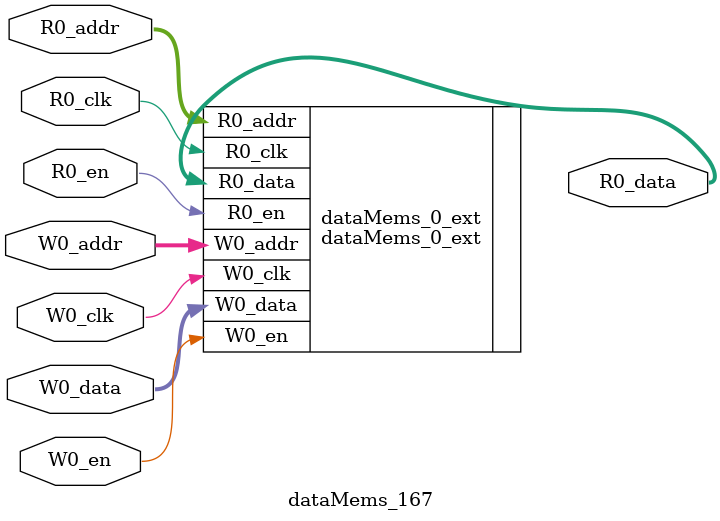
<source format=sv>
`ifndef RANDOMIZE
  `ifdef RANDOMIZE_REG_INIT
    `define RANDOMIZE
  `endif // RANDOMIZE_REG_INIT
`endif // not def RANDOMIZE
`ifndef RANDOMIZE
  `ifdef RANDOMIZE_MEM_INIT
    `define RANDOMIZE
  `endif // RANDOMIZE_MEM_INIT
`endif // not def RANDOMIZE

`ifndef RANDOM
  `define RANDOM $random
`endif // not def RANDOM

// Users can define 'PRINTF_COND' to add an extra gate to prints.
`ifndef PRINTF_COND_
  `ifdef PRINTF_COND
    `define PRINTF_COND_ (`PRINTF_COND)
  `else  // PRINTF_COND
    `define PRINTF_COND_ 1
  `endif // PRINTF_COND
`endif // not def PRINTF_COND_

// Users can define 'ASSERT_VERBOSE_COND' to add an extra gate to assert error printing.
`ifndef ASSERT_VERBOSE_COND_
  `ifdef ASSERT_VERBOSE_COND
    `define ASSERT_VERBOSE_COND_ (`ASSERT_VERBOSE_COND)
  `else  // ASSERT_VERBOSE_COND
    `define ASSERT_VERBOSE_COND_ 1
  `endif // ASSERT_VERBOSE_COND
`endif // not def ASSERT_VERBOSE_COND_

// Users can define 'STOP_COND' to add an extra gate to stop conditions.
`ifndef STOP_COND_
  `ifdef STOP_COND
    `define STOP_COND_ (`STOP_COND)
  `else  // STOP_COND
    `define STOP_COND_ 1
  `endif // STOP_COND
`endif // not def STOP_COND_

// Users can define INIT_RANDOM as general code that gets injected into the
// initializer block for modules with registers.
`ifndef INIT_RANDOM
  `define INIT_RANDOM
`endif // not def INIT_RANDOM

// If using random initialization, you can also define RANDOMIZE_DELAY to
// customize the delay used, otherwise 0.002 is used.
`ifndef RANDOMIZE_DELAY
  `define RANDOMIZE_DELAY 0.002
`endif // not def RANDOMIZE_DELAY

// Define INIT_RANDOM_PROLOG_ for use in our modules below.
`ifndef INIT_RANDOM_PROLOG_
  `ifdef RANDOMIZE
    `ifdef VERILATOR
      `define INIT_RANDOM_PROLOG_ `INIT_RANDOM
    `else  // VERILATOR
      `define INIT_RANDOM_PROLOG_ `INIT_RANDOM #`RANDOMIZE_DELAY begin end
    `endif // VERILATOR
  `else  // RANDOMIZE
    `define INIT_RANDOM_PROLOG_
  `endif // RANDOMIZE
`endif // not def INIT_RANDOM_PROLOG_

// Include register initializers in init blocks unless synthesis is set
`ifndef SYNTHESIS
  `ifndef ENABLE_INITIAL_REG_
    `define ENABLE_INITIAL_REG_
  `endif // not def ENABLE_INITIAL_REG_
`endif // not def SYNTHESIS

// Include rmemory initializers in init blocks unless synthesis is set
`ifndef SYNTHESIS
  `ifndef ENABLE_INITIAL_MEM_
    `define ENABLE_INITIAL_MEM_
  `endif // not def ENABLE_INITIAL_MEM_
`endif // not def SYNTHESIS

module dataMems_167(	// @[generators/ara/src/main/scala/UnsafeAXI4ToTL.scala:365:62]
  input  [4:0]   R0_addr,
  input          R0_en,
  input          R0_clk,
  output [130:0] R0_data,
  input  [4:0]   W0_addr,
  input          W0_en,
  input          W0_clk,
  input  [130:0] W0_data
);

  dataMems_0_ext dataMems_0_ext (	// @[generators/ara/src/main/scala/UnsafeAXI4ToTL.scala:365:62]
    .R0_addr (R0_addr),
    .R0_en   (R0_en),
    .R0_clk  (R0_clk),
    .R0_data (R0_data),
    .W0_addr (W0_addr),
    .W0_en   (W0_en),
    .W0_clk  (W0_clk),
    .W0_data (W0_data)
  );
endmodule


</source>
